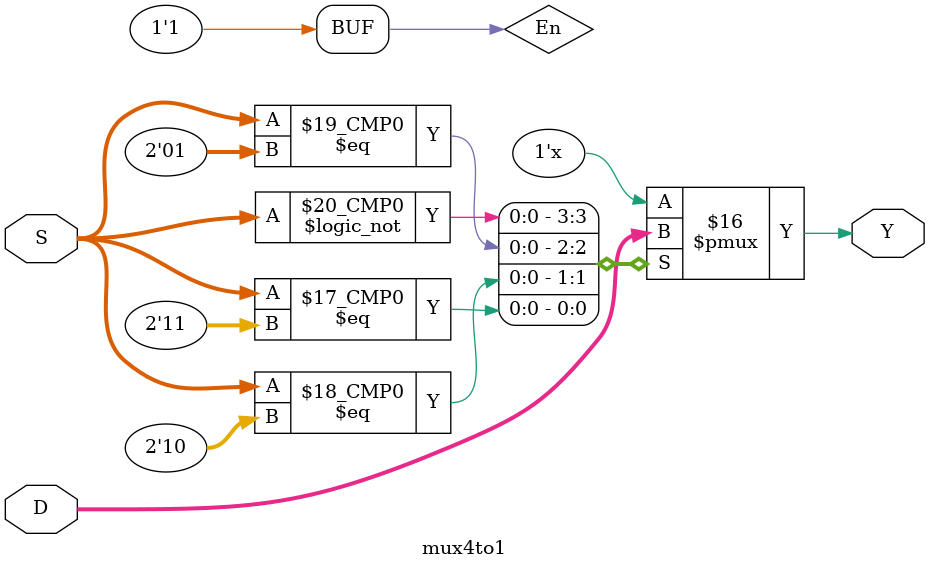
<source format=sv>
module dec2to4 (W, En, Y);
    input [1:0] W;
    input En;
    output reg [0:3] Y;

    always @(W, En)
        case ({En, W})
            2'b00: Y = 4'b1000;
            2'b01: Y = 4'b0100;
            2'b10: Y = 4'b0010;
            2'b11: Y = 4'b0001;
            default: Y = 4'b0000;
        endcase
endmodule

module mux4to1 (D, S, Y);
    input [0:3] D;
    input [1:0] S;
    output reg Y;

    wire [0:3] dec2to4_Y;
    wire En = 1'b1;

    dec2to4 U0 (.W(S), .En(En), .Y(dec2to4_Y));

    always @(S, D) begin
        case (S)
            2'b00: Y = D[0];
            2'b01: Y = D[1];
            2'b10: Y = D[2];
            2'b11: Y = D[3];
            default: Y = 1'b0;
        endcase
    end

    wire some_other_signal = (D[0] & dec2to4_Y[0]) |
                             (D[1] & dec2to4_Y[1]) |
                             (D[2] & dec2to4_Y[2]) |
                             (D[3] & dec2to4_Y[3]);

endmodule


</source>
